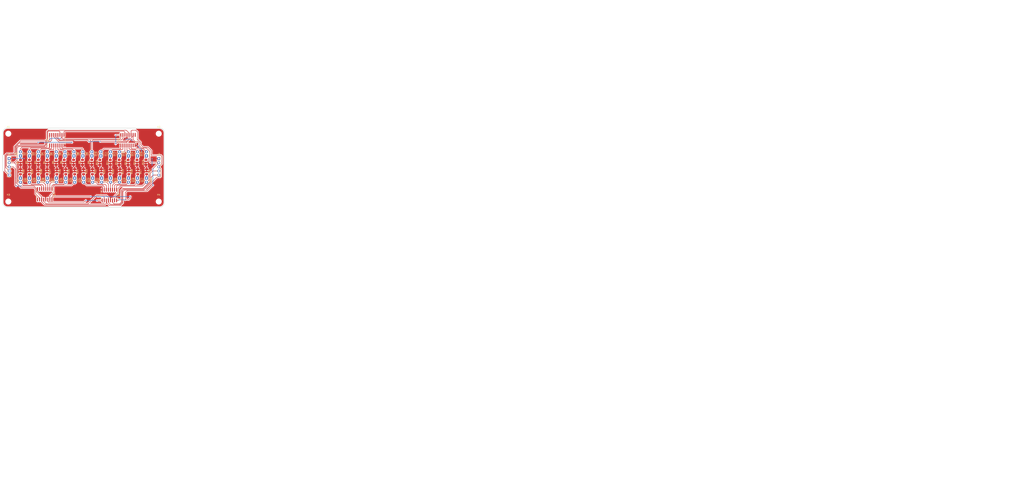
<source format=kicad_pcb>
(kicad_pcb (version 20240108) (generator "pcbnew") (generator_version "8.0")
  (layers (0 "F.Cu" signal) (31 "B.Cu" signal) (34 "B.Paste" user) (35 "F.Paste" user) (36 "B.SilkS" user "B.Silkscreen") (37 "F.SilkS" user "F.Silkscreen") (38 "B.Mask" user) (39 "F.Mask" user) (44 "Edge.Cuts" user))
  (net 0 "")
  (net 1 "GND")
  (net 2 "Net-(D1-K)")
  (net 3 "Net-(D1-A)")
  (net 4 "Net-(D2-K)")
  (net 5 "Net-(D2-A)")
  (net 6 "Net-(D3-A)")
  (net 7 "Net-(D3-K)")
  (net 8 "Net-(D4-K)")
  (net 9 "Net-(D4-A)")
  (net 10 "Net-(D5-A)")
  (net 11 "Net-(D5-K)")
  (net 12 "Net-(D6-A)")
  (net 13 "Net-(D6-K)")
  (net 14 "Net-(D7-K)")
  (net 15 "Net-(D7-A)")
  (net 16 "Net-(D8-K)")
  (net 17 "Net-(D8-A)")
  (net 18 "Net-(D9-K)")
  (net 19 "Net-(D9-A)")
  (net 20 "Net-(D10-A)")
  (net 21 "Net-(D10-K)")
  (net 22 "Net-(D11-K)")
  (net 23 "Net-(D11-A)")
  (net 24 "Net-(D12-A)")
  (net 25 "Net-(D12-K)")
  (net 26 "Net-(D13-A)")
  (net 27 "Net-(D13-K)")
  (net 28 "Net-(D14-A)")
  (net 29 "Net-(D14-K)")
  (net 30 "Net-(D15-A)")
  (net 31 "Net-(D15-K)")
  (net 32 "Net-(D16-A)")
  (net 33 "Net-(D16-K)")
  (net 34 "Net-(D17-A)")
  (net 35 "Net-(D17-K)")
  (net 36 "Net-(D18-A)")
  (net 37 "Net-(D18-K)")
  (net 38 "Net-(D19-K)")
  (net 39 "Net-(D19-A)")
  (net 40 "Net-(D20-K)")
  (net 41 "Net-(D20-A)")
  (net 42 "Net-(D21-K)")
  (net 43 "Net-(D21-A)")
  (net 44 "Net-(D22-K)")
  (net 45 "Net-(D22-A)")
  (net 46 "Net-(D23-K)")
  (net 47 "Net-(D23-A)")
  (net 48 "Net-(D24-K)")
  (net 49 "Net-(D24-A)")
  (net 50 "Net-(D25-A)")
  (net 51 "Net-(D25-K)")
  (net 52 "Net-(D26-A)")
  (net 53 "Net-(D26-K)")
  (net 54 "Net-(D27-A)")
  (net 55 "Net-(D27-K)")
  (net 56 "Net-(D28-K)")
  (net 57 "Net-(D28-A)")
  (net 58 "Net-(D29-K)")
  (net 59 "Net-(D29-A)")
  (net 60 "Net-(D30-K)")
  (net 61 "Net-(D30-A)")
  (net 62 "+5V")
  (net 64 "Net-(U1-SER)")
  (net 66 "Net-(U3-QH')")
  (net 69 "/Global VU/MLVU-SIG")
  (net 70 "/Global VU/SRCLK")
  (net 71 "/Global VU/MLVU-LATCH")
  (net 72 "/Global VU/MRVU-SIG")
  (net 73 "/Global VU/MRVU-LATCH")
  (footprint "Resistor_SMD:R_1206_3216Metric_Pad1.30x1.75mm_HandSolder" (layer "F.Cu") (at 55.17132 66.396321 90)
    (property "Reference" "R4")
    (property "Value" "VUMLR")
  )
  (footprint "LED_THT:LED_D3.0mm" (layer "F.Cu") (at 105.42132 62.396321 90)
    (property "Reference" "D13")
    (property "Value" "VUMLD")
  )
  (footprint "MountingHole:MountingHole_3.2mm_M3" (layer "F.Cu") (at 31.12132 90.621321)
    (property "Reference" "H3")
    (property "Value" "MountingHole")
  )
  (footprint "LED_THT:LED_D3.0mm" (layer "F.Cu") (at 77.22132 62.396321 90)
    (property "Reference" "D8")
    (property "Value" "VUMLD")
  )
  (footprint "Package_SO:SOIC-16W_5.3x10.2mm_P1.27mm" (layer "F.Cu") (at 61.12132 52.621321 90)
    (property "Reference" "U2")
    (property "Value" "74HC595")
  )
  (footprint "LED_THT:LED_D3.0mm" (layer "F.Cu") (at 66.12132 62.396321 90)
    (property "Reference" "D6")
    (property "Value" "VUMLD")
  )
  (footprint "LED_THT:LED_D3.0mm" (layer "F.Cu") (at 60.82132 76.106321 -90)
    (property "Reference" "D26")
    (property "Value" "VUMRD")
  )
  (footprint "LED_THT:LED_D3.0mm" (layer "F.Cu") (at 116.52132 62.396321 90)
    (property "Reference" "D15")
    (property "Value" "VUMLD")
  )
  (footprint "MountingHole:MountingHole_3.2mm_M3" (layer "F.Cu") (at 124.12132 48.621321)
    (property "Reference" "H2")
    (property "Value" "MountingHole")
  )
  (footprint "Resistor_SMD:R_1206_3216Metric_Pad1.30x1.75mm_HandSolder" (layer "F.Cu") (at 66.62132 72.121321 -90)
    (property "Reference" "R25")
    (property "Value" "VUMRR")
  )
  (footprint "Resistor_SMD:R_1206_3216Metric_Pad1.30x1.75mm_HandSolder" (layer "F.Cu") (at 100.12132 72.121321 -90)
    (property "Reference" "R19")
    (property "Value" "VUMRR")
  )
  (footprint "Resistor_SMD:R_1206_3216Metric_Pad1.30x1.75mm_HandSolder" (layer "F.Cu") (at 111.12132 72.121321 -90)
    (property "Reference" "R17")
    (property "Value" "VUMRR")
  )
  (footprint "MountingHole:MountingHole_3.2mm_M3" (layer "F.Cu") (at 124.12132 90.621321)
    (property "Reference" "H4")
    (property "Value" "MountingHole")
  )
  (footprint "LED_THT:LED_D3.0mm" (layer "F.Cu") (at 88.32132 62.396321 90)
    (property "Reference" "D10")
    (property "Value" "VUMLD")
  )
  (footprint "LED_THT:LED_D3.0mm" (layer "F.Cu") (at 94.32132 62.396321 90)
    (property "Reference" "D11")
    (property "Value" "VUMLD")
  )
  (footprint "LED_THT:LED_D3.0mm" (layer "F.Cu") (at 66.62132 76.106321 -90)
    (property "Reference" "D25")
    (property "Value" "VUMRD")
  )
  (footprint "Resistor_SMD:R_1206_3216Metric_Pad1.30x1.75mm_HandSolder" (layer "F.Cu") (at 61.12132 72.121321 -90)
    (property "Reference" "R26")
    (property "Value" "VUMRR")
  )
  (footprint "LED_THT:LED_D3.0mm" (layer "F.Cu") (at 49.72132 76.106321 -90)
    (property "Reference" "D28")
    (property "Value" "VUMRD")
  )
  (footprint "LED_THT:LED_D3.0mm" (layer "F.Cu") (at 116.52132 76.081321 -90)
    (property "Reference" "D16")
    (property "Value" "VUMRD")
  )
  (footprint "Resistor_SMD:R_1206_3216Metric_Pad1.30x1.75mm_HandSolder" (layer "F.Cu") (at 105.62132 72.121321 -90)
    (property "Reference" "R18")
    (property "Value" "VUMRR")
  )
  (footprint "Resistor_SMD:R_1206_3216Metric_Pad1.30x1.75mm_HandSolder" (layer "F.Cu") (at 76.97132 66.396321 90)
    (property "Reference" "R8")
    (property "Value" "VUMLR")
  )
  (footprint "Resistor_SMD:R_1206_3216Metric_Pad1.30x1.75mm_HandSolder" (layer "F.Cu") (at 55.12132 72.121321 -90)
    (property "Reference" "R27")
    (property "Value" "VUMRR")
  )
  (footprint "LED_THT:LED_D3.0mm" (layer "F.Cu") (at 110.97132 76.081321 -90)
    (property "Reference" "D17")
    (property "Value" "VUMRD")
  )
  (footprint "LED_THT:LED_D3.0mm" (layer "F.Cu") (at 55.27132 62.396321 90)
    (property "Reference" "D4")
    (property "Value" "VUMLD")
  )
  (footprint "Resistor_SMD:R_1206_3216Metric_Pad1.30x1.75mm_HandSolder" (layer "F.Cu") (at 38.67132 66.446321 90)
    (property "Reference" "R1")
    (property "Value" "VUMLR")
  )
  (footprint "Connector_PinSocket_2.54mm:PinSocket_1x05_P2.54mm_Vertical" (layer "F.Cu") (at 31.64632 64.071321)
    (property "Reference" "J1")
    (property "Value" "Conn_01x05")
  )
  (footprint "Resistor_SMD:R_1206_3216Metric_Pad1.30x1.75mm_HandSolder" (layer "F.Cu") (at 65.67132 66.396321 90)
    (property "Reference" "R6")
    (property "Value" "VUMLR")
  )
  (footprint "LED_THT:LED_D3.0mm" (layer "F.Cu") (at 44.17132 62.396321 90)
    (property "Reference" "D2")
    (property "Value" "VUMLD")
  )
  (footprint "Package_SO:SOIC-16W_5.3x10.2mm_P1.27mm" (layer "F.Cu") (at 53.62132 86.121321 -90)
    (property "Reference" "U4")
    (property "Value" "74HC595")
  )
  (footprint "LED_THT:LED_D3.0mm" (layer "F.Cu") (at 38.62132 62.396321 90)
    (property "Reference" "D1")
    (property "Value" "VUMLD")
  )
  (footprint "Resistor_SMD:R_1206_3216Metric_Pad1.30x1.75mm_HandSolder" (layer "F.Cu") (at 99.67132 66.446321 90)
    (property "Reference" "R12")
    (property "Value" "VUMLR")
  )
  (footprint "Resistor_SMD:R_1206_3216Metric_Pad1.30x1.75mm_HandSolder" (layer "F.Cu") (at 83.12132 72.121321 -90)
    (property "Reference" "R22")
    (property "Value" "VUMRR")
  )
  (footprint "LED_THT:LED_D3.0mm" (layer "F.Cu") (at 105.42132 76.081321 -90)
    (property "Reference" "D18")
    (property "Value" "VUMRD")
  )
  (footprint "Resistor_SMD:R_1206_3216Metric_Pad1.30x1.75mm_HandSolder" (layer "F.Cu") (at 94.12132 72.121321 -90)
    (property "Reference" "R20")
    (property "Value" "VUMRR")
  )
  (footprint "Package_SO:SOIC-16W_5.3x10.2mm_P1.27mm" (layer "F.Cu") (at 93.62132 86.621321 -90)
    (property "Reference" "U3")
    (property "Value" "74HC595")
  )
  (footprint "Package_SO:SOIC-16W_5.3x10.2mm_P1.27mm" (layer "F.Cu") (at 105.12132 52.621321 90)
    (property "Reference" "U1")
    (property "Value" "74HC595")
  )
  (footprint "LED_THT:LED_D3.0mm" (layer "F.Cu") (at 44.17132 76.106321 -90)
    (property "Reference" "D29")
    (property "Value" "VUMRD")
  )
  (footprint "LED_THT:LED_D3.0mm" (layer "F.Cu") (at 49.72132 62.396321 90)
    (property "Reference" "D3")
    (property "Value" "VUMLD")
  )
  (footprint "MountingHole:MountingHole_3.2mm_M3" (layer "F.Cu") (at 31.12132 48.621321)
    (property "Reference" "H1")
    (property "Value" "MountingHole")
  )
  (footprint "LED_THT:LED_D3.0mm" (layer "F.Cu") (at 77.72132 76.106321 -90)
    (property "Reference" "D23")
    (property "Value" "VUMRD")
  )
  (footprint "Resistor_SMD:R_1206_3216Metric_Pad1.30x1.75mm_HandSolder" (layer "F.Cu") (at 72.12132 72.121321 -90)
    (property "Reference" "R24")
    (property "Value" "VUMRR")
  )
  (footprint "Resistor_SMD:R_1206_3216Metric_Pad1.30x1.75mm_HandSolder" (layer "F.Cu") (at 87.67132 66.446321 90)
    (property "Reference" "R10")
    (property "Value" "VUMLR")
  )
  (footprint "Resistor_SMD:R_1206_3216Metric_Pad1.30x1.75mm_HandSolder" (layer "F.Cu") (at 116.62132 72.121321 -90)
    (property "Reference" "R16")
    (property "Value" "VUMRR")
  )
  (footprint "Resistor_SMD:R_1206_3216Metric_Pad1.30x1.75mm_HandSolder" (layer "F.Cu") (at 110.67132 66.446321 90)
    (property "Reference" "R14")
    (property "Value" "VUMLR")
  )
  (footprint "LED_THT:LED_D3.0mm" (layer "F.Cu") (at 110.97132 62.396321 90)
    (property "Reference" "D14")
    (property "Value" "VUMLD")
  )
  (footprint "LED_THT:LED_D3.0mm" (layer "F.Cu") (at 99.87132 76.081321 -90)
    (property "Reference" "D19")
    (property "Value" "VUMRD")
  )
  (footprint "Resistor_SMD:R_1206_3216Metric_Pad1.30x1.75mm_HandSolder" (layer "F.Cu") (at 77.62132 72.121321 -90)
    (property "Reference" "R23")
    (property "Value" "VUMRR")
  )
  (footprint "Resistor_SMD:R_1206_3216Metric_Pad1.30x1.75mm_HandSolder" (layer "F.Cu") (at 49.62132 72.121321 -90)
    (property "Reference" "R28")
    (property "Value" "VUMRR")
  )
  (footprint "LED_THT:LED_D3.0mm" (layer "F.Cu") (at 83.27132 76.106321 -90)
    (property "Reference" "D22")
    (property "Value" "VUMRD")
  )
  (footprint "Resistor_SMD:R_1206_3216Metric_Pad1.30x1.75mm_HandSolder" (layer "F.Cu") (at 44.12132 72.121321 -90)
    (property "Reference" "R29")
    (property "Value" "VUMRR")
  )
  (footprint "LED_THT:LED_D3.0mm" (layer "F.Cu") (at 55.27132 76.106321 -90)
    (property "Reference" "D27")
    (property "Value" "VUMRD")
  )
  (footprint "LED_THT:LED_D3.0mm" (layer "F.Cu") (at 99.87132 62.396321 90)
    (property "Reference" "D12")
    (property "Value" "VUMLD")
  )
  (footprint "LED_THT:LED_D3.0mm" (layer "F.Cu") (at 60.82132 62.396321 90)
    (property "Reference" "D5")
    (property "Value" "VUMLD")
  )
  (footprint "LED_THT:LED_D3.0mm" (layer "F.Cu") (at 94.32132 76.081321 -90)
    (property "Reference" "D20")
    (property "Value" "VUMRD")
  )
  (footprint "Connector_PinSocket_2.54mm:PinSocket_1x05_P2.54mm_Vertical" (layer "F.Cu") (at 124.14632 64.071321)
    (property "Reference" "J2")
    (property "Value" "Conn_01x05")
  )
  (footprint "LED_THT:LED_D3.0mm" (layer "F.Cu") (at 72.17132 76.106321 -90)
    (property "Reference" "D24")
    (property "Value" "VUMRD")
  )
  (footprint "Resistor_SMD:R_1206_3216Metric_Pad1.30x1.75mm_HandSolder" (layer "F.Cu") (at 88.62132 72.121321 -90)
    (property "Reference" "R21")
    (property "Value" "VUMRR")
  )
  (footprint "Resistor_SMD:R_1206_3216Metric_Pad1.30x1.75mm_HandSolder" (layer "F.Cu") (at 71.47132 66.396321 90)
    (property "Reference" "R7")
    (property "Value" "VUMLR")
  )
  (footprint "LED_THT:LED_D3.0mm" (layer "F.Cu") (at 38.62132 76.106321 -90)
    (property "Reference" "D30")
    (property "Value" "VUMRD")
  )
  (footprint "LED_THT:LED_D3.0mm" (layer "F.Cu") (at 71.67132 62.396321 90)
    (property "Reference" "D7")
    (property "Value" "VUMLD")
  )
  (footprint "Resistor_SMD:R_1206_3216Metric_Pad1.30x1.75mm_HandSolder" (layer "F.Cu") (at 60.67132 66.396321 90)
    (property "Reference" "R5")
    (property "Value" "VUMLR")
  )
  (footprint "Resistor_SMD:R_1206_3216Metric_Pad1.30x1.75mm_HandSolder" (layer "F.Cu") (at 94.17132 66.446321 90)
    (property "Reference" "R11")
    (property "Value" "VUMLR")
  )
  (footprint "Resistor_SMD:R_1206_3216Metric_Pad1.30x1.75mm_HandSolder" (layer "F.Cu") (at 44.17132 66.396321 90)
    (property "Reference" "R2")
    (property "Value" "VUMLR")
  )
  (footprint "Resistor_SMD:R_1206_3216Metric_Pad1.30x1.75mm_HandSolder" (layer "F.Cu") (at 49.67132 66.396321 90)
    (property "Reference" "R3")
    (property "Value" "VUMLR")
  )
  (footprint "LED_THT:LED_D3.0mm" (layer "F.Cu") (at 88.82132 76.106321 -90)
    (property "Reference" "D21")
    (property "Value" "VUMRD")
  )
  (footprint "Resistor_SMD:R_1206_3216Metric_Pad1.30x1.75mm_HandSolder" (layer "F.Cu") (at 38.62132 72.121321 -90)
    (property "Reference" "R30")
    (property "Value" "VUMRR")
  )
  (footprint "Resistor_SMD:R_1206_3216Metric_Pad1.30x1.75mm_HandSolder" (layer "F.Cu") (at 116.17132 66.396321 90)
    (property "Reference" "R15")
    (property "Value" "VUMLR")
  )
  (footprint "LED_THT:LED_D3.0mm" (layer "F.Cu") (at 82.77132 62.396321 90)
    (property "Reference" "D9")
    (property "Value" "VUMLD")
  )
  (footprint "Resistor_SMD:R_1206_3216Metric_Pad1.30x1.75mm_HandSolder" (layer "F.Cu") (at 82.67132 66.396321 90)
    (property "Reference" "R9")
    (property "Value" "VUMLR")
  )
  (footprint "Resistor_SMD:R_1206_3216Metric_Pad1.30x1.75mm_HandSolder" (layer "F.Cu") (at 105.17132 66.446321 90)
    (property "Reference" "R13")
    (property "Value" "VUMLR")
  )
  (gr_arc (start 27.62132 48.121321) (mid 28.5 46) (end 30.621321 45.12132) (stroke (width 0.25)) (layer "Edge.Cuts"))
  (gr_line (start 127.62132 48.121322) (end 127.62132 91.121321) (stroke (width 0.25)) (layer "Edge.Cuts"))
  (gr_line (start 30.621321 45.12132) (end 124.621319 45.12132) (stroke (width 0.25)) (layer "Edge.Cuts"))
  (gr_line (start 27.62132 91.121321) (end 27.62132 48.121321) (stroke (width 0.25)) (layer "Edge.Cuts"))
  (gr_arc (start 127.62132 91.121321) (mid 126.74264 93.242642) (end 124.621319 94.121322) (stroke (width 0.25)) (layer "Edge.Cuts"))
  (gr_arc (start 124.621319 45.12132) (mid 126.742641 46) (end 127.62132 48.121322) (stroke (width 0.25)) (layer "Edge.Cuts"))
  (gr_line (start 124.621319 94.121322) (end 30.621321 94.121322) (stroke (width 0.25)) (layer "Edge.Cuts"))
  (gr_arc (start 30.621321 94.121322) (mid 28.499999 93.242642) (end 27.62132 91.121321) (stroke (width 0.25)) (layer "Edge.Cuts"))
  (segment (start 54.25632 89.371321) (end 54.25632 88.171322) (width 0.3048) (layer "F.Cu") (net 1))
  (segment (start 113.5 65.275001) (end 116.17132 67.946321) (width 0.3048) (layer "F.Cu") (net 1))
  (segment (start 113.5 59.5) (end 113.5 65.275001) (width 0.3048) (layer "F.Cu") (net 1))
  (segment (start 31.64632 64.071321) (end 33.928679 64.071321) (width 0.3048) (layer "F.Cu") (net 1))
  (segment (start 109.56632 55.871321) (end 110.871321 55.871321) (width 0.3048) (layer "F.Cu") (net 1))
  (segment (start 40.5 68) (end 40.496321 67.996321) (width 0.3048) (layer "F.Cu") (net 1))
  (segment (start 72.5 56) (end 72.371321 55.871321) (width 0.3048) (layer "F.Cu") (net 1))
  (segment (start 40.496321 67.996321) (end 38.67132 67.996321) (width 0.3048) (layer "F.Cu") (net 1))
  (segment (start 54.25632 88.171322) (end 52.084998 86) (width 0.3048) (layer "F.Cu") (net 1))
  (segment (start 120 68) (end 118.5 68) (width 0.3048) (layer "F.Cu") (net 1))
  (segment (start 118.5 68) (end 118.446321 67.946321) (width 0.3048) (layer "F.Cu") (net 1))
  (segment (start 33.928679 64.071321) (end 34 64) (width 0.3048) (layer "F.Cu") (net 1))
  (segment (start 108 53.5) (end 108.78158 53.5) (width 0.3048) (layer "F.Cu") (net 1))
  (segment (start 124.14632 64.071321) (end 120.071321 64.071321) (width 0.3048) (layer "F.Cu") (net 1))
  (segment (start 71.516 53.016) (end 72.5 54) (width 0.3048) (layer "F.Cu") (net 1))
  (segment (start 110.871321 55.871321) (end 111 56) (width 0.3048) (layer "F.Cu") (net 1))
  (segment (start 104.48632 51.01368) (end 103.5 52) (width 0.3048) (layer "F.Cu") (net 1))
  (segment (start 60.48632 49.371321) (end 60.48632 50.70474) (width 0.3048) (layer "F.Cu") (net 1))
  (segment (start 107.5 53) (end 108 53.5) (width 0.3048) (layer "F.Cu") (net 1))
  (segment (start 104.48632 49.371321) (end 104.48632 51.01368) (width 0.3048) (layer "F.Cu") (net 1))
  (segment (start 94.25632 89.871321) (end 94.25632 87.75632) (width 0.3048) (layer "F.Cu") (net 1))
  (segment (start 120.071321 64.071321) (end 120 64) (width 0.3048) (layer "F.Cu") (net 1))
  (segment (start 51 86) (end 49.17632 84.17632) (width 0.3048) (layer "F.Cu") (net 1))
  (segment (start 109.56632 54.28474) (end 109.56632 55.871321) (width 0.3048) (layer "F.Cu") (net 1))
  (segment (start 118.446321 67.946321) (end 116.17132 67.946321) (width 0.3048) (layer "F.Cu") (net 1))
  (segment (start 41 64) (end 41 67.5) (width 0.3048) (layer "F.Cu") (net 1))
  (segment (start 62.79758 53.016) (end 71.516 53.016) (width 0.3048) (layer "F.Cu") (net 1))
  (segment (start 41 67.5) (end 40.5 68) (width 0.3048) (layer "F.Cu") (net 1))
  (segment (start 108.78158 53.5) (end 109.56632 54.28474) (width 0.3048) (layer "F.Cu") (net 1))
  (segment (start 72.5 54) (end 72.5 56) (width 0.3048) (layer "F.Cu") (net 1))
  (segment (start 49.17632 84.17632) (end 49.17632 82.871321) (width 0.3048) (layer "F.Cu") (net 1))
  (segment (start 52.084998 86) (end 51 86) (width 0.3048) (layer "F.Cu") (net 1))
  (segment (start 60.48632 50.70474) (end 62.79758 53.016) (width 0.3048) (layer "F.Cu") (net 1))
  (segment (start 72.371321 55.871321) (end 65.56632 55.871321) (width 0.3048) (layer "F.Cu") (net 1))
  (via (at 107.5 53) (size 0.6) (drill 0.3) (layers "F.Cu" "B.Cu") (net 1))
  (via (at 113.5 59.5) (size 0.6) (drill 0.3) (layers "F.Cu" "B.Cu") (net 1))
  (via (at 120 68) (size 0.6) (drill 0.3) (layers "F.Cu" "B.Cu") (net 1))
  (via (at 103.5 52) (size 0.6) (drill 0.3) (layers "F.Cu" "B.Cu") (net 1))
  (via (at 41 64) (size 0.6) (drill 0.3) (layers "F.Cu" "B.Cu") (net 1))
  (via (at 34 64) (size 0.6) (drill 0.3) (layers "F.Cu" "B.Cu") (net 1))
  (via (at 120 64) (size 0.6) (drill 0.3) (layers "F.Cu" "B.Cu") (net 1))
  (via (at 111 56) (size 0.6) (drill 0.3) (layers "F.Cu" "B.Cu") (net 1))
  (segment (start 106.5 52) (end 107.5 53) (width 0.3048) (layer "B.Cu") (net 1))
  (segment (start 103.5 52) (end 106.5 52) (width 0.3048) (layer "B.Cu") (net 1))
  (segment (start 113.5 58.5) (end 113.5 59.5) (width 0.3048) (layer "B.Cu") (net 1))
  (segment (start 34 64) (end 41 64) (width 0.3048) (layer "B.Cu") (net 1))
  (segment (start 111 56) (end 113.5 58.5) (width 0.3048) (layer "B.Cu") (net 1))
  (segment (start 120 64) (end 120 68) (width 0.3048) (layer "B.Cu") (net 1))
  (segment (start 38.67132 62.446321) (end 38.62132 62.396321) (width 0.3048) (layer "F.Cu") (net 2))
  (segment (start 38.67132 64.896321) (end 38.67132 62.446321) (width 0.3048) (layer "F.Cu") (net 2))
  (segment (start 55 54.5) (end 56 53.5) (width 0.3048) (layer "F.Cu") (net 3))
  (segment (start 39.524 56.976) (end 54.524 56.976) (width 0.3048) (layer "F.Cu") (net 3))
  (segment (start 54.524 56.976) (end 55 56.5) (width 0.3048) (layer "F.Cu") (net 3))
  (segment (start 57 53.5) (end 57.94632 52.55368) (width 0.3048) (layer "F.Cu") (net 3))
  (segment (start 38.62132 57.87868) (end 39.524 56.976) (width 0.3048) (layer "F.Cu") (net 3))
  (segment (start 38.62132 59.856321) (end 38.62132 57.87868) (width 0.3048) (layer "F.Cu") (net 3))
  (segment (start 55 56.5) (end 55 54.5) (width 0.3048) (layer "F.Cu") (net 3))
  (segment (start 56 53.5) (end 57 53.5) (width 0.3048) (layer "F.Cu") (net 3))
  (segment (start 57.94632 52.55368) (end 57.94632 49.371321) (width 0.3048) (layer "F.Cu") (net 3))
  (segment (start 44.17132 64.846321) (end 44.17132 62.396321) (width 0.3048) (layer "F.Cu") (net 4))
  (segment (start 56.67632 55.871321) (end 56.67632 57.30768) (width 0.3048) (layer "F.Cu") (net 5))
  (segment (start 56.67632 57.30768) (end 56.5 57.484) (width 0.3048) (layer "F.Cu") (net 5))
  (segment (start 44.17132 58.32868) (end 44.17132 59.856321) (width 0.3048) (layer "F.Cu") (net 5))
  (segment (start 45.016 57.484) (end 44.17132 58.32868) (width 0.3048) (layer "F.Cu") (net 5))
  (segment (start 56.5 57.484) (end 45.016 57.484) (width 0.3048) (layer "F.Cu") (net 5))
  (segment (start 57.94632 55.871321) (end 57.94632 57.54568) (width 0.3048) (layer "F.Cu") (net 6))
  (segment (start 57.5 57.992) (end 51.585641 57.992) (width 0.3048) (layer "F.Cu") (net 6))
  (segment (start 51.585641 57.992) (end 49.72132 59.856321) (width 0.3048) (layer "F.Cu") (net 6))
  (segment (start 57.94632 57.54568) (end 57.5 57.992) (width 0.3048) (layer "F.Cu") (net 6))
  (segment (start 49.67132 64.846321) (end 49.67132 62.446321) (width 0.3048) (layer "F.Cu") (net 7))
  (segment (start 49.67132 62.446321) (end 49.72132 62.396321) (width 0.3048) (layer "F.Cu") (net 7))
  (segment (start 55.17132 62.496321) (end 55.27132 62.396321) (width 0.3048) (layer "F.Cu") (net 8))
  (segment (start 55.17132 64.846321) (end 55.17132 62.496321) (width 0.3048) (layer "F.Cu") (net 8))
  (segment (start 59.21632 55.871321) (end 59.21632 58.28368) (width 0.3048) (layer "F.Cu") (net 9))
  (segment (start 59 58.5) (end 56.627641 58.5) (width 0.3048) (layer "F.Cu") (net 9))
  (segment (start 56.627641 58.5) (end 55.27132 59.856321) (width 0.3048) (layer "F.Cu") (net 9))
  (segment (start 59.21632 58.28368) (end 59 58.5) (width 0.3048) (layer "F.Cu") (net 9))
  (segment (start 60.48632 55.871321) (end 60.48632 59.521321) (width 0.3048) (layer "F.Cu") (net 10))
  (segment (start 60.48632 59.521321) (end 60.82132 59.856321) (width 0.3048) (layer "F.Cu") (net 10))
  (segment (start 60.67132 62.546321) (end 60.82132 62.396321) (width 0.3048) (layer "F.Cu") (net 11))
  (segment (start 60.67132 64.846321) (end 60.67132 62.546321) (width 0.3048) (layer "F.Cu") (net 11))
  (segment (start 62.235001 58.735001) (end 61.75632 58.25632) (width 0.3048) (layer "F.Cu") (net 12))
  (segment (start 66.12132 59.856321) (end 65 58.735001) (width 0.3048) (layer "F.Cu") (net 12))
  (segment (start 65 58.735001) (end 62.235001 58.735001) (width 0.3048) (layer "F.Cu") (net 12))
  (segment (start 61.75632 58.25632) (end 61.75632 55.871321) (width 0.3048) (layer "F.Cu") (net 12))
  (segment (start 65.67132 62.846321) (end 66.12132 62.396321) (width 0.3048) (layer "F.Cu") (net 13))
  (segment (start 65.67132 64.846321) (end 65.67132 62.846321) (width 0.3048) (layer "F.Cu") (net 13))
  (segment (start 71.47132 64.846321) (end 71.47132 62.596321) (width 0.3048) (layer "F.Cu") (net 14))
  (segment (start 71.47132 62.596321) (end 71.67132 62.396321) (width 0.3048) (layer "F.Cu") (net 14))
  (segment (start 63.02632 57.753321) (end 63.5 58.227001) (width 0.3048) (layer "F.Cu") (net 15))
  (segment (start 71.67132 59.17132) (end 71.67132 59.856321) (width 0.3048) (layer "F.Cu") (net 15))
  (segment (start 63.5 58.227001) (end 70.727001 58.227001) (width 0.3048) (layer "F.Cu") (net 15))
  (segment (start 70.727001 58.227001) (end 71.67132 59.17132) (width 0.3048) (layer "F.Cu") (net 15))
  (segment (start 63.02632 55.871321) (end 63.02632 57.753321) (width 0.3048) (layer "F.Cu") (net 15))
  (segment (start 76.97132 62.646321) (end 77.22132 62.396321) (width 0.3048) (layer "F.Cu") (net 16))
  (segment (start 76.97132 64.846321) (end 76.97132 62.646321) (width 0.3048) (layer "F.Cu") (net 16))
  (segment (start 64.29632 55.871321) (end 64.29632 57.29632) (width 0.3048) (layer "F.Cu") (net 17))
  (segment (start 77.22132 58.22132) (end 77.22132 59.856321) (width 0.3048) (layer "F.Cu") (net 17))
  (segment (start 64.719001 57.719001) (end 76.719001 57.719001) (width 0.3048) (layer "F.Cu") (net 17))
  (segment (start 64.29632 57.29632) (end 64.719001 57.719001) (width 0.3048) (layer "F.Cu") (net 17))
  (segment (start 76.719001 57.719001) (end 77.22132 58.22132) (width 0.3048) (layer "F.Cu") (net 17))
  (segment (start 82.67132 64.846321) (end 82.67132 62.496321) (width 0.3048) (layer "F.Cu") (net 18))
  (segment (start 82.67132 62.496321) (end 82.77132 62.396321) (width 0.3048) (layer "F.Cu") (net 18))
  (segment (start 100.992 52.508) (end 83.492 52.508) (width 0.3048) (layer "F.Cu") (net 19))
  (segment (start 101.94632 49.371321) (end 101.94632 51.55368) (width 0.3048) (layer "F.Cu") (net 19))
  (segment (start 101.94632 51.55368) (end 100.992 52.508) (width 0.3048) (layer "F.Cu") (net 19))
  (segment (start 82.77132 53.22868) (end 82.77132 59.856321) (width 0.3048) (layer "F.Cu") (net 19))
  (segment (start 83.492 52.508) (end 82.77132 53.22868) (width 0.3048) (layer "F.Cu") (net 19))
  (segment (start 90.185641 57.992) (end 88.32132 59.856321) (width 0.3048) (layer "F.Cu") (net 20))
  (segment (start 100.67632 55.871321) (end 100.67632 57.81568) (width 0.3048) (layer "F.Cu") (net 20))
  (segment (start 100.5 57.992) (end 90.185641 57.992) (width 0.3048) (layer "F.Cu") (net 20))
  (segment (start 100.67632 57.81568) (end 100.5 57.992) (width 0.3048) (layer "F.Cu") (net 20))
  (segment (start 87.67132 64.896321) (end 87.67132 63.046321) (width 0.3048) (layer "F.Cu") (net 21))
  (segment (start 87.67132 63.046321) (end 88.32132 62.396321) (width 0.3048) (layer "F.Cu") (net 21))
  (segment (start 94.17132 62.546321) (end 94.32132 62.396321) (width 0.3048) (layer "F.Cu") (net 22))
  (segment (start 94.17132 64.896321) (end 94.17132 62.546321) (width 0.3048) (layer "F.Cu") (net 22))
  (segment (start 101.94632 55.871321) (end 101.94632 58.05368) (width 0.3048) (layer "F.Cu") (net 23))
  (segment (start 101.5 58.5) (end 95.677641 58.5) (width 0.3048) (layer "F.Cu") (net 23))
  (segment (start 101.94632 58.05368) (end 101.5 58.5) (width 0.3048) (layer "F.Cu") (net 23))
  (segment (start 95.677641 58.5) (end 94.32132 59.856321) (width 0.3048) (layer "F.Cu") (net 23))
  (segment (start 103.21632 59.28368) (end 102.643679 59.856321) (width 0.3048) (layer "F.Cu") (net 24))
  (segment (start 102.643679 59.856321) (end 99.87132 59.856321) (width 0.3048) (layer "F.Cu") (net 24))
  (segment (start 103.21632 55.871321) (end 103.21632 59.28368) (width 0.3048) (layer "F.Cu") (net 24))
  (segment (start 99.67132 62.596321) (end 99.87132 62.396321) (width 0.3048) (layer "F.Cu") (net 25))
  (segment (start 99.67132 64.896321) (end 99.67132 62.596321) (width 0.3048) (layer "F.Cu") (net 25))
  (segment (start 104.48632 58.921321) (end 105.42132 59.856321) (width 0.3048) (layer "F.Cu") (net 26))
  (segment (start 104.48632 55.871321) (end 104.48632 58.921321) (width 0.3048) (layer "F.Cu") (net 26))
  (segment (start 105.42132 64.646321) (end 105.17132 64.896321) (width 0.3048) (layer "F.Cu") (net 27))
  (segment (start 105.42132 62.396321) (end 105.42132 64.646321) (width 0.3048) (layer "F.Cu") (net 27))
  (segment (start 109.614999 58.5) (end 106.5 58.5) (width 0.3048) (layer "F.Cu") (net 28))
  (segment (start 105.75632 57.75632) (end 105.75632 55.871321) (width 0.3048) (layer "F.Cu") (net 28))
  (segment (start 106.5 58.5) (end 105.75632 57.75632) (width 0.3048) (layer "F.Cu") (net 28))
  (segment (start 110.97132 59.856321) (end 109.614999 58.5) (width 0.3048) (layer "F.Cu") (net 28))
  (segment (start 110.67132 64.896321) (end 110.67132 62.696321) (width 0.3048) (layer "F.Cu") (net 29))
  (segment (start 110.67132 62.696321) (end 110.97132 62.396321) (width 0.3048) (layer "F.Cu") (net 29))
  (segment (start 107.02632 55.871321) (end 107.02632 57.51832) (width 0.3048) (layer "F.Cu") (net 30))
  (segment (start 107.5 57.992) (end 114.656999 57.992) (width 0.3048) (layer "F.Cu") (net 30))
  (segment (start 107.02632 57.51832) (end 107.5 57.992) (width 0.3048) (layer "F.Cu") (net 30))
  (segment (start 114.656999 57.992) (end 116.52132 59.856321) (width 0.3048) (layer "F.Cu") (net 30))
  (segment (start 116.17132 64.846321) (end 116.17132 62.746321) (width 0.3048) (layer "F.Cu") (net 31))
  (segment (start 116.17132 62.746321) (end 116.52132 62.396321) (width 0.3048) (layer "F.Cu") (net 31))
  (segment (start 99 82.5) (end 100.484 81.016) (width 0.3048) (layer "F.Cu") (net 32))
  (segment (start 114.126641 81.016) (end 116.52132 78.621321) (width 0.3048) (layer "F.Cu") (net 32))
  (segment (start 99 85) (end 99 82.5) (width 0.3048) (layer "F.Cu") (net 32))
  (segment (start 100.484 81.016) (end 114.126641 81.016) (width 0.3048) (layer "F.Cu") (net 32))
  (segment (start 96.79632 89.871321) (end 96.79632 87.20368) (width 0.3048) (layer "F.Cu") (net 32))
  (segment (start 96.79632 87.20368) (end 99 85) (width 0.3048) (layer "F.Cu") (net 32))
  (segment (start 116.62132 75.981321) (end 116.52132 76.081321) (width 0.3048) (layer "F.Cu") (net 33))
  (segment (start 116.62132 73.671321) (end 116.62132 75.981321) (width 0.3048) (layer "F.Cu") (net 33))
  (segment (start 98.5 80.508) (end 109.084641 80.508) (width 0.3048) (layer "F.Cu") (net 34))
  (segment (start 98.06632 80.94168) (end 98.5 80.508) (width 0.3048) (layer "F.Cu") (net 34))
  (segment (start 98.06632 83.371321) (end 98.06632 80.94168) (width 0.3048) (layer "F.Cu") (net 34))
  (segment (start 109.084641 80.508) (end 110.97132 78.621321) (width 0.3048) (layer "F.Cu") (net 34))
  (segment (start 111.12132 73.671321) (end 111.12132 75.931321) (width 0.3048) (layer "F.Cu") (net 35))
  (segment (start 111.12132 75.931321) (end 110.97132 76.081321) (width 0.3048) (layer "F.Cu") (net 35))
  (segment (start 104.042641 80) (end 105.42132 78.621321) (width 0.3048) (layer "F.Cu") (net 36))
  (segment (start 96.79632 83.371321) (end 96.79632 80.70368) (width 0.3048) (layer "F.Cu") (net 36))
  (segment (start 96.79632 80.70368) (end 97.5 80) (width 0.3048) (layer "F.Cu") (net 36))
  (segment (start 97.5 80) (end 104.042641 80) (width 0.3048) (layer "F.Cu") (net 36))
  (segment (start 105.62132 75.881321) (end 105.42132 76.081321) (width 0.3048) (layer "F.Cu") (net 37))
  (segment (start 105.62132 73.671321) (end 105.62132 75.881321) (width 0.3048) (layer "F.Cu") (net 37))
  (segment (start 100.12132 73.671321) (end 100.12132 75.831321) (width 0.3048) (layer "F.Cu") (net 38))
  (segment (start 100.12132 75.831321) (end 99.87132 76.081321) (width 0.3048) (layer "F.Cu") (net 38))
  (segment (start 95.52632 83.371321) (end 95.52632 80.47368) (width 0.3048) (layer "F.Cu") (net 39))
  (segment (start 95.52632 80.47368) (end 97.378679 78.621321) (width 0.3048) (layer "F.Cu") (net 39))
  (segment (start 97.378679 78.621321) (end 99.87132 78.621321) (width 0.3048) (layer "F.Cu") (net 39))
  (segment (start 94.12132 73.671321) (end 94.12132 75.881321) (width 0.3048) (layer "F.Cu") (net 40))
  (segment (start 94.12132 75.881321) (end 94.32132 76.081321) (width 0.3048) (layer "F.Cu") (net 40))
  (segment (start 94.25632 83.371321) (end 94.25632 78.686321) (width 0.3048) (layer "F.Cu") (net 41))
  (segment (start 94.25632 78.686321) (end 94.32132 78.621321) (width 0.3048) (layer "F.Cu") (net 41))
  (segment (start 88.62132 73.671321) (end 88.62132 75.906321) (width 0.3048) (layer "F.Cu") (net 42))
  (segment (start 88.62132 75.906321) (end 88.82132 76.106321) (width 0.3048) (layer "F.Cu") (net 42))
  (segment (start 91.853679 78.646321) (end 92.98632 79.778962) (width 0.3048) (layer "F.Cu") (net 43))
  (segment (start 92.98632 79.778962) (end 92.98632 83.371321) (width 0.3048) (layer "F.Cu") (net 43))
  (segment (start 88.82132 78.646321) (end 91.853679 78.646321) (width 0.3048) (layer "F.Cu") (net 43))
  (segment (start 83.12132 73.671321) (end 83.12132 75.956321) (width 0.3048) (layer "F.Cu") (net 44))
  (segment (start 83.12132 75.956321) (end 83.27132 76.106321) (width 0.3048) (layer "F.Cu") (net 44))
  (segment (start 85.146321 78.646321) (end 86.5 80) (width 0.3048) (layer "F.Cu") (net 45))
  (segment (start 91.71632 80.71632) (end 91.71632 83.371321) (width 0.3048) (layer "F.Cu") (net 45))
  (segment (start 91 80) (end 91.71632 80.71632) (width 0.3048) (layer "F.Cu") (net 45))
  (segment (start 86.5 80) (end 91 80) (width 0.3048) (layer "F.Cu") (net 45))
  (segment (start 83.27132 78.646321) (end 85.146321 78.646321) (width 0.3048) (layer "F.Cu") (net 45))
  (segment (start 77.62132 76.006321) (end 77.72132 76.106321) (width 0.3048) (layer "F.Cu") (net 46))
  (segment (start 77.62132 73.671321) (end 77.62132 76.006321) (width 0.3048) (layer "F.Cu") (net 46))
  (segment (start 90.44632 83.371321) (end 90.44632 81.44632) (width 0.3048) (layer "F.Cu") (net 47))
  (segment (start 89.508 80.508) (end 79.582999 80.508) (width 0.3048) (layer "F.Cu") (net 47))
  (segment (start 90.44632 81.44632) (end 89.508 80.508) (width 0.3048) (layer "F.Cu") (net 47))
  (segment (start 79.582999 80.508) (end 77.72132 78.646321) (width 0.3048) (layer "F.Cu") (net 47))
  (segment (start 72.12132 73.671321) (end 72.12132 76.056321) (width 0.3048) (layer "F.Cu") (net 48))
  (segment (start 72.12132 76.056321) (end 72.17132 76.106321) (width 0.3048) (layer "F.Cu") (net 48))
  (segment (start 59 81) (end 59.492 80.508) (width 0.3048) (layer "F.Cu") (net 49))
  (segment (start 59.492 80.508) (end 70.309641 80.508) (width 0.3048) (layer "F.Cu") (net 49))
  (segment (start 70.309641 80.508) (end 72.17132 78.646321) (width 0.3048) (layer "F.Cu") (net 49))
  (segment (start 56.79632 87.20368) (end 59 85) (width 0.3048) (layer "F.Cu") (net 49))
  (segment (start 56.79632 89.371321) (end 56.79632 87.20368) (width 0.3048) (layer "F.Cu") (net 49))
  (segment (start 59 85) (end 59 81) (width 0.3048) (layer "F.Cu") (net 49))
  (segment (start 66.62132 78.646321) (end 65.267641 80) (width 0.3048) (layer "F.Cu") (net 50))
  (segment (start 59 80) (end 58.06632 80.93368) (width 0.3048) (layer "F.Cu") (net 50))
  (segment (start 65.267641 80) (end 59 80) (width 0.3048) (layer "F.Cu") (net 50))
  (segment (start 58.06632 80.93368) (end 58.06632 82.871321) (width 0.3048) (layer "F.Cu") (net 50))
  (segment (start 66.62132 73.671321) (end 66.62132 76.106321) (width 0.3048) (layer "F.Cu") (net 51))
  (segment (start 57.853679 78.646321) (end 60.82132 78.646321) (width 0.3048) (layer "F.Cu") (net 52))
  (segment (start 56.79632 82.871321) (end 56.79632 79.70368) (width 0.3048) (layer "F.Cu") (net 52))
  (segment (start 56.79632 79.70368) (end 57.853679 78.646321) (width 0.3048) (layer "F.Cu") (net 52))
  (segment (start 61.12132 73.671321) (end 61.12132 75.806321) (width 0.3048) (layer "F.Cu") (net 53))
  (segment (start 61.12132 75.806321) (end 60.82132 76.106321) (width 0.3048) (layer "F.Cu") (net 53))
  (segment (start 55.52632 78.901321) (end 55.27132 78.646321) (width 0.3048) (layer "F.Cu") (net 54))
  (segment (start 55.52632 82.871321) (end 55.52632 78.901321) (width 0.3048) (layer "F.Cu") (net 54))
  (segment (start 55.12132 75.956321) (end 55.27132 76.106321) (width 0.3048) (layer "F.Cu") (net 55))
  (segment (start 55.12132 73.671321) (end 55.12132 75.956321) (width 0.3048) (layer "F.Cu") (net 55))
  (segment (start 49.62132 73.671321) (end 49.62132 76.006321) (width 0.3048) (layer "F.Cu") (net 56))
  (segment (start 49.62132 76.006321) (end 49.72132 76.106321) (width 0.3048) (layer "F.Cu") (net 56))
  (segment (start 54.25632 80.25632) (end 52.646321 78.646321) (width 0.3048) (layer "F.Cu") (net 57))
  (segment (start 52.646321 78.646321) (end 49.72132 78.646321) (width 0.3048) (layer "F.Cu") (net 57))
  (segment (start 54.25632 82.871321) (end 54.25632 80.25632) (width 0.3048) (layer "F.Cu") (net 57))
  (segment (start 44.12132 73.671321) (end 44.12132 76.056321) (width 0.3048) (layer "F.Cu") (net 58))
  (segment (start 44.12132 76.056321) (end 44.17132 76.106321) (width 0.3048) (layer "F.Cu") (net 58))
  (segment (start 52 80) (end 52.98632 80.98632) (width 0.3048) (layer "F.Cu") (net 59))
  (segment (start 45.524999 80) (end 52 80) (width 0.3048) (layer "F.Cu") (net 59))
  (segment (start 44.17132 78.646321) (end 45.524999 80) (width 0.3048) (layer "F.Cu") (net 59))
  (segment (start 52.98632 80.98632) (end 52.98632 82.871321) (width 0.3048) (layer "F.Cu") (net 59))
  (segment (start 38.62132 73.671321) (end 38.62132 76.106321) (width 0.3048) (layer "F.Cu") (net 60))
  (segment (start 51.71632 81.22432) (end 51 80.508) (width 0.3048) (layer "F.Cu") (net 61))
  (segment (start 51 80.508) (end 40.482999 80.508) (width 0.3048) (layer "F.Cu") (net 61))
  (segment (start 40.482999 80.508) (end 38.62132 78.646321) (width 0.3048) (layer "F.Cu") (net 61))
  (segment (start 51.71632 82.871321) (end 51.71632 81.22432) (width 0.3048) (layer "F.Cu") (net 61))
  (segment (start 98.06632 89.871321) (end 99.128679 89.871321) (width 0.3048) (layer "F.Cu") (net 62))
  (segment (start 104.308824 54.008) (end 98.492 54.008) (width 0.3048) (layer "F.Cu") (net 62))
  (segment (start 124.14632 66.611321) (end 119.111321 66.611321) (width 0.3048) (layer "F.Cu") (net 62))
  (segment (start 50.44632 89.371321) (end 50.44632 88.44632) (width 0.3048) (layer "F.Cu") (net 62))
  (segment (start 104.408412 53.908412) (end 104.308824 54.008) (width 0.3048) (layer "F.Cu") (net 62))
  (segment (start 104.476 84.024) (end 105 84.024) (width 0.3048) (layer "F.Cu") (net 62))
  (segment (start 64.29632 49.371321) (end 64.29632 50.70368) (width 0.3048) (layer "F.Cu") (net 62))
  (segment (start 55.508 52.992) (end 54.492 54.008) (width 0.3048) (layer "F.Cu") (net 62))
  (segment (start 98.492 54.008) (end 97.5 55) (width 0.3048) (layer "F.Cu") (net 62))
  (segment (start 103.5 85) (end 104.476 84.024) (width 0.3048) (layer "F.Cu") (net 62))
  (segment (start 36 79) (end 36 67.722642) (width 0.3048) (layer "F.Cu") (net 62))
  (segment (start 36 67.722642) (end 34.888679 66.611321) (width 0.3048) (layer "F.Cu") (net 62))
  (segment (start 116.484 57.484) (end 113.484 57.484) (width 0.3048) (layer "F.Cu") (net 62))
  (segment (start 65 52) (end 100 52) (width 0.3048) (layer "F.Cu") (net 62))
  (segment (start 90.44632 89.871321) (end 90.44632 87.94632) (width 0.3048) (layer "F.Cu") (net 62))
  (segment (start 108.29632 49.371321) (end 108.29632 50.020505) (width 0.3048) (layer "F.Cu") (net 62))
  (segment (start 112 54) (end 111.5 53.5) (width 0.3048) (layer "F.Cu") (net 62))
  (segment (start 47 82) (end 39 82) (width 0.3048) (layer "F.Cu") (net 62))
  (segment (start 56 52.992) (end 55.508 52.992) (width 0.3048) (layer "F.Cu") (net 62))
  (segment (start 48 86) (end 48 83) (width 0.3048) (layer "F.Cu") (net 62))
  (segment (start 34.888679 66.611321) (end 31.64632 66.611321) (width 0.3048) (layer "F.Cu") (net 62))
  (segment (start 54.492 54.008) (end 54.492 55.508) (width 0.3048) (layer "F.Cu") (net 62))
  (segment (start 119.111321 66.611321) (end 118.5 66) (width 0.3048) (layer "F.Cu") (net 62))
  (segment (start 116.976 84.024) (end 120.5 80.5) (width 0.3048) (layer "F.Cu") (net 62))
  (segment (start 53.532 56.468) (end 37.532 56.468) (width 0.3048) (layer "F.Cu") (net 62))
  (segment (start 108.29632 52.29632) (end 108.29632 49.371321) (width 0.3048) (layer "F.Cu") (net 62))
  (segment (start 106.5 88.5) (end 105.5 89.5) (width 0.3048) (layer "F.Cu") (net 62))
  (segment (start 64.29632 51.29632) (end 65 52) (width 0.3048) (layer "F.Cu") (net 62))
  (segment (start 106.5 87.5) (end 106.5 88.5) (width 0.3048) (layer "F.Cu") (net 62))
  (segment (start 90 87.5) (end 86.5 87.5) (width 0.3048) (layer "F.Cu") (net 62))
  (segment (start 58.06632 90.43368) (end 58.06632 89.371321) (width 0.3048) (layer "F.Cu") (net 62))
  (segment (start 111.5 53.5) (end 109.5 53.5) (width 0.3048) (layer "F.Cu") (net 62))
  (segment (start 99.128679 89.871321) (end 99.5 89.5) (width 0.3048) (layer "F.Cu") (net 62))
  (segment (start 36.5 57.5) (end 36.5 65) (width 0.3048) (layer "F.Cu") (net 62))
  (segment (start 105.5 89.5) (end 103.5 89.5) (width 0.3048) (layer "F.Cu") (net 62))
  (segment (start 50.44632 88.44632) (end 48 86) (width 0.3048) (layer "F.Cu") (net 62))
  (segment (start 58.06632 89.371321) (end 58.06632 87.93368) (width 0.3048) (layer "F.Cu") (net 62))
  (segment (start 56.67632 49.371321) (end 56.67632 52.31568) (width 0.3048) (layer "F.Cu") (net 62))
  (segment (start 98 49.5) (end 98.128679 49.371321) (width 0.3048) (layer "F.Cu") (net 62))
  (segment (start 105 84.024) (end 116.976 84.024) (width 0.3048) (layer "F.Cu") (net 62))
  (segment (start 64.29632 50.70368) (end 63.5 51.5) (width 0.3048) (layer "F.Cu") (net 62))
  (segment (start 112 56) (end 112 54) (width 0.3048) (layer "F.Cu") (net 62))
  (segment (start 108.29632 50.020505) (end 104.408412 53.908412) (width 0.3048) (layer "F.Cu") (net 62))
  (segment (start 104.408412 53.908412) (end 104.308826 54.007999) (width 0.3048) (layer "F.Cu") (net 62))
  (segment (start 48 83) (end 47 82) (width 0.3048) (layer "F.Cu") (net 62))
  (segment (start 98.128679 49.371321) (end 100.67632 49.371321) (width 0.3048) (layer "F.Cu") (net 62))
  (segment (start 90.44632 87.94632) (end 90 87.5) (width 0.3048) (layer "F.Cu") (net 62))
  (segment (start 109.5 53.5) (end 108.29632 52.29632) (width 0.3048) (layer "F.Cu") (net 62))
  (segment (start 113.484 57.484) (end 112 56) (width 0.3048) (layer "F.Cu") (net 62))
  (segment (start 39 82) (end 36 79) (width 0.3048) (layer "F.Cu") (net 62))
  (segment (start 120.5 70.257641) (end 124.14632 66.611321) (width 0.3048) (layer "F.Cu") (net 62))
  (segment (start 118.5 59.5) (end 116.484 57.484) (width 0.3048) (layer "F.Cu") (net 62))
  (segment (start 64.29632 49.371321) (end 64.29632 51.29632) (width 0.3048) (layer "F.Cu") (net 62))
  (segment (start 100.67632 51.32368) (end 100 52) (width 0.3048) (layer "F.Cu") (net 62))
  (segment (start 37.532 56.468) (end 36.5 57.5) (width 0.3048) (layer "F.Cu") (net 62))
  (segment (start 36.5 65) (end 34.888679 66.611321) (width 0.3048) (layer "F.Cu") (net 62))
  (segment (start 56.67632 52.31568) (end 56 52.992) (width 0.3048) (layer "F.Cu") (net 62))
  (segment (start 120.5 70.5) (end 120.5 70.257641) (width 0.3048) (layer "F.Cu") (net 62))
  (segment (start 100.67632 49.371321) (end 100.67632 51.32368) (width 0.3048) (layer "F.Cu") (net 62))
  (segment (start 97.5 49.5) (end 98 49.5) (width 0.3048) (layer "F.Cu") (net 62))
  (segment (start 58.06632 87.93368) (end 58.5 87.5) (width 0.3048) (layer "F.Cu") (net 62))
  (segment (start 103.5 89.5) (end 103.5 85) (width 0.3048) (layer "F.Cu") (net 62))
  (segment (start 58.5 87.5) (end 82 87.5) (width 0.3048) (layer "F.Cu") (net 62))
  (segment (start 118.5 66) (end 118.5 59.5) (width 0.3048) (layer "F.Cu") (net 62))
  (segment (start 54.492 55.508) (end 53.532 56.468) (width 0.3048) (layer "F.Cu") (net 62))
  (via (at 106.5 87.5) (size 0.6) (drill 0.3) (layers "F.Cu" "B.Cu") (net 62))
  (via (at 99.5 89.5) (size 0.6) (drill 0.3) (layers "F.Cu" "B.Cu") (net 62))
  (via (at 82 87.5) (size 0.6) (drill 0.3) (layers "F.Cu" "B.Cu") (net 62))
  (via (at 56.67632 52.31568) (size 0.6) (drill 0.3) (layers "F.Cu" "B.Cu") (net 62))
  (via (at 120.5 80.5) (size 0.6) (drill 0.3) (layers "F.Cu" "B.Cu") (net 62))
  (via (at 103.5 89.5) (size 0.6) (drill 0.3) (layers "F.Cu" "B.Cu") (net 62))
  (via (at 97.5 55) (size 0.6) (drill 0.3) (layers "F.Cu" "B.Cu") (net 62))
  (via (at 63.5 51.5) (size 0.6) (drill 0.3) (layers "F.Cu" "B.Cu") (net 62))
  (via (at 86.5 87.5) (size 0.6) (drill 0.3) (layers "F.Cu" "B.Cu") (net 62))
  (via (at 120.5 70.5) (size 0.6) (drill 0.3) (layers "F.Cu" "B.Cu") (net 62))
  (via (at 97.5 49.5) (size 0.6) (drill 0.3) (layers "F.Cu" "B.Cu") (net 62))
  (segment (start 86.5 87.5) (end 106.5 87.5) (width 0.3048) (layer "B.Cu") (net 62))
  (segment (start 82 87.5) (end 86.5 87.5) (width 0.3048) (layer "B.Cu") (net 62))
  (segment (start 97.5 55) (end 97.5 49.5) (width 0.3048) (layer "B.Cu") (net 62))
  (segment (start 120.5 80.5) (end 120.5 70.5) (width 0.3048) (layer "B.Cu") (net 62))
  (segment (start 57.492 51.5) (end 56.67632 52.31568) (width 0.3048) (layer "B.Cu") (net 62))
  (segment (start 99.5 89.5) (end 103.5 89.5) (width 0.3048) (layer "B.Cu") (net 62))
  (segment (start 63.5 51.5) (end 57.492 51.5) (width 0.3048) (layer "B.Cu") (net 62))
  (segment (start 65.56632 49.371321) (end 65.56632 47.43368) (width 0.3048) (layer "F.Cu") (net 64))
  (segment (start 65.56632 47.43368) (end 66 47) (width 0.3048) (layer "F.Cu") (net 64))
  (segment (start 103.21632 47.71632) (end 103.21632 49.371321) (width 0.3048) (layer "F.Cu") (net 64))
  (segment (start 102.5 47) (end 103.21632 47.71632) (width 0.3048) (layer "F.Cu") (net 64))
  (segment (start 66 47) (end 102.5 47) (width 0.3048) (layer "F.Cu") (net 64))
  (segment (start 55.52632 89.371321) (end 55.52632 90.57132) (width 0.3048) (layer "F.Cu") (net 66))
  (segment (start 78 91) (end 79 90) (width 0.3048) (layer "F.Cu") (net 66))
  (segment (start 86 90) (end 86.128679 89.871321) (width 0.3048) (layer "F.Cu") (net 66))
  (segment (start 86.128679 89.871321) (end 89.17632 89.871321) (width 0.3048) (layer "F.Cu") (net 66))
  (segment (start 55.955 91) (end 78 91) (width 0.3048) (layer "F.Cu") (net 66))
  (segment (start 55.52632 90.57132) (end 55.955 91) (width 0.3048) (layer "F.Cu") (net 66))
  (via (at 79 90) (size 0.6) (drill 0.3) (layers "F.Cu" "B.Cu") (net 66))
  (via (at 86 90) (size 0.6) (drill 0.3) (layers "F.Cu" "B.Cu") (net 66))
  (segment (start 79 90) (end 86 90) (width 0.3048) (layer "B.Cu") (net 66))
  (segment (start 29.492 62.28958) (end 29.492001 62.710421) (width 0.3048) (layer "F.Cu") (net 69))
  (segment (start 30.28958 61.492) (end 29.492 62.28958) (width 0.3048) (layer "F.Cu") (net 69))
  (segment (start 59.21632 50.57132) (end 62.645 54) (width 0.3048) (layer "F.Cu") (net 69))
  (segment (start 35.28958 61.492) (end 30.28958 61.492) (width 0.3048) (layer "F.Cu") (net 69))
  (segment (start 29.492001 62.710421) (end 29.492001 69.537002) (width 0.3048) (layer "F.Cu") (net 69))
  (segment (start 35.484001 56.797579) (end 35.484001 61.297579) (width 0.3048) (layer "F.Cu") (net 69))
  (segment (start 29.492001 69.537002) (end 31.64632 71.691321) (width 0.3048) (layer "F.Cu") (net 69))
  (segment (start 62.645 54) (end 70.5 54) (width 0.3048) (layer "F.Cu") (net 69))
  (segment (start 59.21632 49.371321) (end 59.21632 50.57132) (width 0.3048) (layer "F.Cu") (net 69))
  (segment (start 35.484001 61.297579) (end 35.28958 61.492) (width 0.3048) (layer "F.Cu") (net 69))
  (segment (start 49.5 54) (end 38.28158 54) (width 0.3048) (layer "F.Cu") (net 69))
  (segment (start 38.28158 54) (end 35.484001 56.797579) (width 0.3048) (layer "F.Cu") (net 69))
  (via (at 70.5 54) (size 0.6) (drill 0.3) (layers "F.Cu" "B.Cu") (net 69))
  (via (at 49.5 54) (size 0.6) (drill 0.3) (layers "F.Cu" "B.Cu") (net 69))
  (segment (start 70.5 54) (end 49.5 54) (width 0.3048) (layer "B.Cu") (net 69))
  (segment (start 100.420841 93.016) (end 102.015999 91.420842) (width 0.3048) (layer "F.Cu") (net 70))
  (segment (start 51.71632 89.371321) (end 51.71632 87.71632) (width 0.3048) (layer "F.Cu") (net 70))
  (segment (start 63.02632 49.371321) (end 63.02632 47.52632) (width 0.3048) (layer "F.Cu") (net 70))
  (segment (start 107.02632 46.97368) (end 107.02632 49.371321) (width 0.3048) (layer "F.Cu") (net 70))
  (segment (start 113 55.5) (end 113 54) (width 0.3048) (layer "F.Cu") (net 70))
  (segment (start 125.5 75) (end 125.5 70.5) (width 0.3048) (layer "F.Cu") (net 70))
  (segment (start 48.508 82.524) (end 47 81.016) (width 0.3048) (layer "F.Cu") (net 70))
  (segment (start 125.5 62) (end 119.5 62) (width 0.3048) (layer "F.Cu") (net 70))
  (segment (start 91.71632 91.07132) (end 93.661 93.016) (width 0.3048) (layer "F.Cu") (net 70))
  (segment (start 119.5 62) (end 119.5 59) (width 0.3048) (layer "F.Cu") (net 70))
  (segment (start 36 81) (end 35.492001 80.492001) (width 0.3048) (layer "F.Cu") (net 70))
  (segment (start 53.984 55.29758) (end 53.32158 55.96) (width 0.3048) (layer "F.Cu") (net 70))
  (segment (start 102.015999 91.420842) (end 102.015999 84.484001) (width 0.3048) (layer "F.Cu") (net 70))
  (segment (start 35.492001 79.210421) (end 35.492 79.21042) (width 0.3048) (layer "F.Cu") (net 70))
  (segment (start 126 67.297641) (end 126 62.5) (width 0.3048) (layer "F.Cu") (net 70))
  (segment (start 114.476001 56.976001) (end 113 55.5) (width 0.3048) (layer "F.Cu") (net 70))
  (segment (start 102.015999 84.484001) (end 102.984 83.516) (width 0.3048) (layer "F.Cu") (net 70))
  (segment (start 35.492 79.21042) (end 35.492001 76.007999) (width 0.3048) (layer "F.Cu") (net 70))
  (segment (start 124.14632 69.151321) (end 126 67.297641) (width 0.3048) (layer "F.Cu") (net 70))
  (segment (start 93.661 93.016) (end 100.420841 93.016) (width 0.3048) (layer "F.Cu") (net 70))
  (segment (start 30 62.5) (end 30 68.5) (width 0.3048) (layer "F.Cu") (net 70))
  (segment (start 114.984 83.516) (end 123 75.5) (width 0.3048) (layer "F.Cu") (net 70))
  (segment (start 62.5 47) (end 56 47) (width 0.3048) (layer "F.Cu") (net 70))
  (segment (start 35.492 70.492) (end 34.151321 69.151321) (width 0.3048) (layer "F.Cu") (net 70))
  (segment (start 53.5 92.5) (end 91 92.5) (width 0.3048) (layer "F.Cu") (net 70))
  (segment (start 107.5 46.5) (end 107.02632 46.97368) (width 0.3048) (layer "F.Cu") (net 70))
  (segment (start 55.5 47.5) (end 55.5 52.28158) (width 0.3048) (layer "F.Cu") (net 70))
  (segment (start 113 54) (end 111.5 52.5) (width 0.3048) (layer "F.Cu") (net 70))
  (segment (start 111.5 52.5) (end 111 52.5) (width 0.3048) (layer "F.Cu") (net 70))
  (segment (start 51.71632 87.71632) (end 48.508 84.508) (width 0.3048) (layer "F.Cu") (net 70))
  (segment (start 39.016 81.016) (end 39 81) (width 0.3048) (layer "F.Cu") (net 70))
  (segment (start 111 52.5) (end 111 47.5) (width 0.3048) (layer "F.Cu") (net 70))
  (segment (start 51.71632 89.371321) (end 51.71632 90.71632) (width 0.3048) (layer "F.Cu") (net 70))
  (segment (start 123 75.5) (end 125 75.5) (width 0.3048) (layer "F.Cu") (net 70))
  (segment (start 35.992 57.008) (end 35.992 61.508) (width 0.3048) (layer "F.Cu") (net 70))
  (segment (start 111 47.5) (end 110 46.5) (width 0.3048) (layer "F.Cu") (net 70))
  (segment (start 53.32158 55.96) (end 37.04 55.96) (width 0.3048) (layer "F.Cu") (net 70))
  (segment (start 51.71632 90.71632) (end 53.5 92.5) (width 0.3048) (layer "F.Cu") (net 70))
  (segment (start 110 46.5) (end 107.5 46.5) (width 0.3048) (layer "F.Cu") (net 70))
  (segment (start 30.651321 69.151321) (end 31.64632 69.151321) (width 0.3048) (layer "F.Cu") (net 70))
  (segment (start 91.71632 89.871321) (end 91.71632 91.07132) (width 0.3048) (layer "F.Cu") (net 70))
  (segment (start 48.508 84.508) (end 48.508 82.524) (width 0.3048) (layer "F.Cu") (net 70))
  (segment (start 125 75.5) (end 125.5 75) (width 0.3048) (layer "F.Cu") (net 70))
  (segment (start 34.151321 69.151321) (end 31.64632 69.151321) (width 0.3048) (layer "F.Cu") (net 70))
  (segment (start 30.5 62) (end 30 62.5) (width 0.3048) (layer "F.Cu") (net 70))
  (segment (start 53.984 53.79758) (end 53.984 55.29758) (width 0.3048) (layer "F.Cu") (net 70))
  (segment (start 35.992 61.508) (end 35.5 62) (width 0.3048) (layer "F.Cu") (net 70))
  (segment (start 35.492 71) (end 35.492 70.492) (width 0.3048) (layer "F.Cu") (net 70))
  (segment (start 63.02632 47.52632) (end 62.5 47) (width 0.3048) (layer "F.Cu") (net 70))
  (segment (start 91 92.5) (end 91.71632 91.78368) (width 0.3048) (layer "F.Cu") (net 70))
  (segment (start 124.14632 69.151321) (end 125.494999 70.5) (width 0.3048) (layer "F.Cu") (net 70))
  (segment (start 37.04 55.96) (end 35.992 57.008) (width 0.3048) (layer "F.Cu") (net 70))
  (segment (start 35.492001 80.492001) (end 35.492001 79.210421) (width 0.3048) (layer "F.Cu") (net 70))
  (segment (start 35.492001 76.007999) (end 35.492 71) (width 0.3048) (layer "F.Cu") (net 70))
  (segment (start 102.984 83.516) (end 114.984 83.516) (width 0.3048) (layer "F.Cu") (net 70))
  (segment (start 125.494999 70.5) (end 125.5 70.5) (width 0.3048) (layer "F.Cu") (net 70))
  (segment (start 56 47) (end 55.5 47.5) (width 0.3048) (layer "F.Cu") (net 70))
  (segment (start 91.71632 91.78368) (end 91.71632 89.871321) (width 0.3048) (layer "F.Cu") (net 70))
  (segment (start 47 81.016) (end 39.016 81.016) (width 0.3048) (layer "F.Cu") (net 70))
  (segment (start 30 68.5) (end 30.651321 69.151321) (width 0.3048) (layer "F.Cu") (net 70))
  (segment (start 117.476001 56.976001) (end 114.476001 56.976001) (width 0.3048) (layer "F.Cu") (net 70))
  (segment (start 126 62.5) (end 125.5 62) (width 0.3048) (layer "F.Cu") (net 70))
  (segment (start 55.5 52.28158) (end 53.984 53.79758) (width 0.3048) (layer "F.Cu") (net 70))
  (segment (start 35.5 62) (end 30.5 62) (width 0.3048) (layer "F.Cu") (net 70))
  (segment (start 119.5 59) (end 117.476001 56.976001) (width 0.3048) (layer "F.Cu") (net 70))
  (via (at 39 81) (size 0.6) (drill 0.3) (layers "F.Cu" "B.Cu") (net 70))
  (via (at 36 81) (size 0.6) (drill 0.3) (layers "F.Cu" "B.Cu") (net 70))
  (segment (start 39 81) (end 36 81) (width 0.3048) (layer "B.Cu") (net 70))
  (segment (start 34.976001 56.587159) (end 38.56316 53) (width 0.3048) (layer "F.Cu") (net 71))
  (segment (start 104 53.5) (end 88 53.5) (width 0.3048) (layer "F.Cu") (net 71))
  (segment (start 28.984 71.569001) (end 28.984 62.016) (width 0.3048) (layer "F.Cu") (net 71))
  (segment (start 55.78958 46.492) (end 56.210421 46.492001) (width 0.3048) (layer "F.Cu") (net 71))
  (segment (start 34.976001 60.523999) (end 34.976001 56.587159) (width 0.3048) (layer "F.Cu") (net 71))
  (segment (start 80.008 52.508) (end 63.008 52.508) (width 0.3048) (layer "F.Cu") (net 71))
  (segment (start 63.008 52.508) (end 61.75632 51.25632) (width 0.3048) (layer "F.Cu") (net 71))
  (segment (start 105.75632 48.171322) (end 105.75632 49.371321) (width 0.3048) (layer "F.Cu") (net 71))
  (segment (start 81 53.5) (end 80.008 52.508) (width 0.3048) (layer "F.Cu") (net 71))
  (segment (start 54.992 52.008) (end 54.992 47.28958) (width 0.3048) (layer "F.Cu") (net 71))
  (segment (start 38.56316 53) (end 54 53) (width 0.3048) (layer "F.Cu") (net 71))
  (segment (start 30.06316 61) (end 30.07916 60.984) (width 0.3048) (layer "F.Cu") (net 71))
  (segment (start 28.984 62.016) (end 30 61) (width 0.3048) (layer "F.Cu") (net 71))
  (segment (start 61.75632 51.25632) (end 61.75632 49.371321) (width 0.3048) (layer "F.Cu") (net 71))
  (segment (start 30 61) (end 30.06316 61) (width 0.3048) (layer "F.Cu") (net 71))
  (segment (start 105.75632 51.74368) (end 105.75632 49.371321) (width 0.3048) (layer "F.Cu") (net 71))
  (segment (start 56.210421 46.492001) (end 104.076999 46.492001) (width 0.3048) (layer "F.Cu") (net 71))
  (segment (start 34.516 60.984) (end 34.976001 60.523999) (width 0.3048) (layer "F.Cu") (net 71))
  (segment (start 54.992 47.28958) (end 55.78958 46.492) (width 0.3048) (layer "F.Cu") (net 71))
  (segment (start 105.75632 51.74368) (end 104 53.5) (width 0.3048) (layer "F.Cu") (net 71))
  (segment (start 30.07916 60.984) (end 34.516 60.984) (width 0.3048) (layer "F.Cu") (net 71))
  (segment (start 104.076999 46.492001) (end 105.75632 48.171322) (width 0.3048) (layer "F.Cu") (net 71))
  (segment (start 31.64632 74.231321) (end 28.984 71.569001) (width 0.3048) (layer "F.Cu") (net 71))
  (segment (start 54 53) (end 54.992 52.008) (width 0.3048) (layer "F.Cu") (net 71))
  (via (at 88 53.5) (size 0.6) (drill 0.3) (layers "F.Cu" "B.Cu") (net 71))
  (via (at 81 53.5) (size 0.6) (drill 0.3) (layers "F.Cu" "B.Cu") (net 71))
  (segment (start 88 53.5) (end 81 53.5) (width 0.3048) (layer "B.Cu") (net 71))
  (segment (start 102 82.5) (end 114.418328 82.5) (width 0.3048) (layer "F.Cu") (net 72))
  (segment (start 101 83.5) (end 102 82.5) (width 0.3048) (layer "F.Cu") (net 72))
  (segment (start 120.308679 71.691321) (end 124.14632 71.691321) (width 0.3048) (layer "F.Cu") (net 72))
  (segment (start 95.52632 91.07132) (end 96.455 92) (width 0.3048) (layer "F.Cu") (net 72))
  (segment (start 119 73) (end 120.308679 71.691321) (width 0.3048) (layer "F.Cu") (net 72))
  (segment (start 96.455 92) (end 100 92) (width 0.3048) (layer "F.Cu") (net 72))
  (segment (start 114.418328 82.5) (end 119 77.918328) (width 0.3048) (layer "F.Cu") (net 72))
  (segment (start 95.52632 89.871321) (end 95.52632 91.07132) (width 0.3048) (layer "F.Cu") (net 72))
  (segment (start 119 77.918328) (end 119 73) (width 0.3048) (layer "F.Cu") (net 72))
  (segment (start 100 92) (end 101 91) (width 0.3048) (layer "F.Cu") (net 72))
  (segment (start 101 91) (end 101 83.5) (width 0.3048) (layer "F.Cu") (net 72))
  (segment (start 85.6556 86.8444) (end 91.8444 86.8444) (width 0.3048) (layer "F.Cu") (net 73))
  (segment (start 94.423 92.508) (end 100.21042 92.508) (width 0.3048) (layer "F.Cu") (net 73))
  (segment (start 101.507999 90.789579) (end 101.507999 83.992001) (width 0.3048) (layer "F.Cu") (net 73))
  (segment (start 92.98632 91.07132) (end 94.423 92.508) (width 0.3048) (layer "F.Cu") (net 73))
  (segment (start 92.98632 89.871321) (end 92.98632 91.07132) (width 0.3048) (layer "F.Cu") (net 73))
  (segment (start 102.492 83.008) (end 114.628748 83.008) (width 0.3048) (layer "F.Cu") (net 73))
  (segment (start 119.507999 75.492001) (end 120.768679 74.231321) (width 0.3048) (layer "F.Cu") (net 73))
  (segment (start 101.507999 83.992001) (end 102.492 83.008) (width 0.3048) (layer "F.Cu") (net 73))
  (segment (start 54.407 91.992) (end 80.508 91.992) (width 0.3048) (layer "F.Cu") (net 73))
  (segment (start 80.508 91.992) (end 85.6556 86.8444) (width 0.3048) (layer "F.Cu") (net 73))
  (segment (start 91.8444 86.8444) (end 92.98632 87.98632) (width 0.3048) (layer "F.Cu") (net 73))
  (segment (start 114.628748 83.008) (end 119.507999 78.128749) (width 0.3048) (layer "F.Cu") (net 73))
  (segment (start 120.768679 74.231321) (end 124.14632 74.231321) (width 0.3048) (layer "F.Cu") (net 73))
  (segment (start 52.98632 90.57132) (end 54.407 91.992) (width 0.3048) (layer "F.Cu") (net 73))
  (segment (start 101.508 91.21042) (end 101.507999 90.789579) (width 0.3048) (layer "F.Cu") (net 73))
  (segment (start 52.98632 89.371321) (end 52.98632 90.57132) (width 0.3048) (layer "F.Cu") (net 73))
  (segment (start 100.21042 92.508) (end 101.508 91.21042) (width 0.3048) (layer "F.Cu") (net 73))
  (segment (start 119.507999 78.128749) (end 119.507999 75.492001) (width 0.3048) (layer "F.Cu") (net 73))
  (segment (start 92.98632 87.98632) (end 92.98632 89.871321) (width 0.3048) (layer "F.Cu") (net 73))
  (zone (net 1) (net_name "GND") (layer "F.Cu") (connect_pads (clearance 0.5)) (min_thickness 0.25) (fill yes (thermal_gap 0.5) (thermal_bridge_width 0.5) (island_removal_mode 2) (island_area_min 10))
    (polygon (pts (xy 27.62132 45.121321) (xy 127.62132 45.121321) (xy 127.62132 94.121321) (xy 27.62132 94.121321)))
  )
)
</source>
